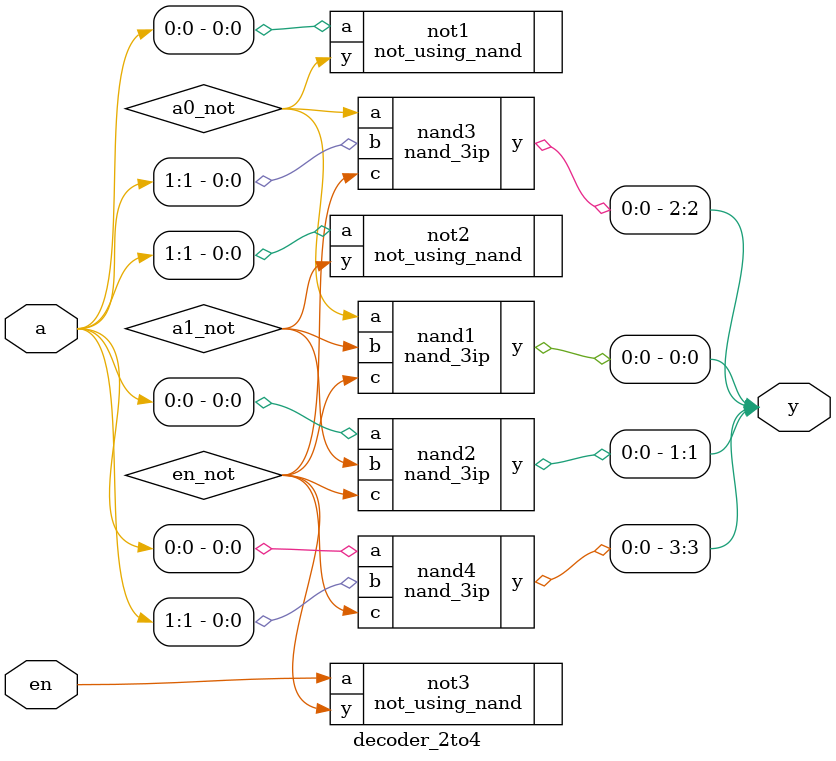
<source format=v>
`include "basic_gates.v"

module nand_3ip (
    input  a,
    input  b,
    input  c,
    output y
);
  wire ab, ab_not;
  nand (ab_not, a, b);
  nand (ab, ab_not, ab_not);
  nand (y, ab, c);
endmodule

module decoder_2to4 (
    input [1:0] a,
    input en,
    output [3:0] y
);
  wire a1_not, a0_not, en_not;
  not_using_nand not1 (
      .a(a[0]),
      .y(a0_not)
  );
  not_using_nand not2 (
      .a(a[1]),
      .y(a1_not)
  );
  not_using_nand not3 (
      .a(en),
      .y(en_not)
  );

  nand_3ip nand1 (
      .a(a0_not),
      .b(a1_not),
      .c(en_not),
      .y(y[0])
  );
  nand_3ip nand2 (
      .a(a[0]),
      .b(a1_not),
      .c(en_not),
      .y(y[1])
  );
  nand_3ip nand3 (
      .a(a0_not),
      .b(a[1]),
      .c(en_not),
      .y(y[2])
  );
  nand_3ip nand4 (
      .a(a[0]),
      .b(a[1]),
      .c(en_not),
      .y(y[3])
  );
endmodule

</source>
